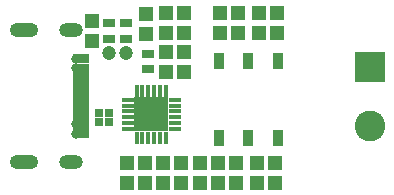
<source format=gts>
G04*
G04 #@! TF.GenerationSoftware,Altium Limited,Altium Designer,20.1.11 (218)*
G04*
G04 Layer_Color=8388736*
%FSLAX25Y25*%
%MOIN*%
G70*
G04*
G04 #@! TF.SameCoordinates,DBF43E64-11B2-480E-9B44-63982416C987*
G04*
G04*
G04 #@! TF.FilePolarity,Negative*
G04*
G01*
G75*
%ADD23R,0.04737X0.05131*%
%ADD24C,0.04737*%
%ADD25R,0.03556X0.05524*%
%ADD26R,0.05328X0.01981*%
%ADD27R,0.02572X0.02769*%
%ADD28R,0.03950X0.03162*%
%ADD29R,0.01784X0.03950*%
%ADD30R,0.03950X0.01784*%
%ADD31R,0.11430X0.11430*%
%ADD32O,0.09461X0.04737*%
%ADD33O,0.07887X0.04737*%
%ADD34C,0.10249*%
%ADD35R,0.10249X0.10249*%
%ADD36C,0.03162*%
D23*
X49500Y55807D02*
D03*
Y62500D02*
D03*
X31500Y53307D02*
D03*
Y60000D02*
D03*
X93000Y62846D02*
D03*
Y56154D02*
D03*
X73500Y6154D02*
D03*
Y12846D02*
D03*
X67500Y6154D02*
D03*
Y12846D02*
D03*
X92500Y6154D02*
D03*
Y12846D02*
D03*
X62000Y43154D02*
D03*
Y49847D02*
D03*
X56000Y43154D02*
D03*
Y49847D02*
D03*
X74000Y62846D02*
D03*
Y56154D02*
D03*
X62000Y56154D02*
D03*
Y62846D02*
D03*
X56000Y56154D02*
D03*
Y62846D02*
D03*
X86500Y12846D02*
D03*
Y6154D02*
D03*
X79500Y12846D02*
D03*
Y6154D02*
D03*
X87000Y56154D02*
D03*
Y62846D02*
D03*
X80000Y56154D02*
D03*
Y62846D02*
D03*
X61000Y6154D02*
D03*
Y12846D02*
D03*
X55000Y6154D02*
D03*
Y12846D02*
D03*
X49000Y12846D02*
D03*
Y6154D02*
D03*
X43000Y12846D02*
D03*
Y6154D02*
D03*
D24*
X42900Y49300D02*
D03*
X37100Y49400D02*
D03*
X54000Y26000D02*
D03*
X48500Y31500D02*
D03*
D25*
X73658Y46795D02*
D03*
X93343D02*
D03*
X83500D02*
D03*
X73658Y21205D02*
D03*
X93343D02*
D03*
X83500D02*
D03*
D26*
X27760Y47992D02*
D03*
Y41890D02*
D03*
Y39921D02*
D03*
Y35984D02*
D03*
Y43858D02*
D03*
Y44842D02*
D03*
Y47008D02*
D03*
Y37953D02*
D03*
Y22008D02*
D03*
Y28110D02*
D03*
Y30079D02*
D03*
Y34016D02*
D03*
Y26142D02*
D03*
Y25157D02*
D03*
Y22992D02*
D03*
Y32047D02*
D03*
D27*
X37166Y26313D02*
D03*
Y29266D02*
D03*
X33666Y26313D02*
D03*
Y29266D02*
D03*
D28*
X50216Y49059D02*
D03*
Y43941D02*
D03*
X37100Y54141D02*
D03*
Y59259D02*
D03*
X42900Y54141D02*
D03*
Y59259D02*
D03*
D29*
X46279Y36774D02*
D03*
X48247D02*
D03*
X50216D02*
D03*
X48247Y21026D02*
D03*
X46279D02*
D03*
X56121Y36774D02*
D03*
X52184D02*
D03*
X54153D02*
D03*
Y21026D02*
D03*
X56121D02*
D03*
X50216D02*
D03*
X52184D02*
D03*
D30*
X43326Y33821D02*
D03*
Y27916D02*
D03*
Y31853D02*
D03*
Y25947D02*
D03*
Y23979D02*
D03*
Y29884D02*
D03*
X59074Y33821D02*
D03*
Y27916D02*
D03*
Y31853D02*
D03*
Y29884D02*
D03*
Y23979D02*
D03*
Y25947D02*
D03*
D31*
X51200Y28900D02*
D03*
D32*
X8626Y13051D02*
D03*
Y56949D02*
D03*
D33*
X24374Y13051D02*
D03*
Y56949D02*
D03*
D34*
X123937Y25157D02*
D03*
D35*
Y44842D02*
D03*
D36*
X25984Y25650D02*
D03*
X26004Y22500D02*
D03*
Y47500D02*
D03*
X25984Y44350D02*
D03*
M02*

</source>
